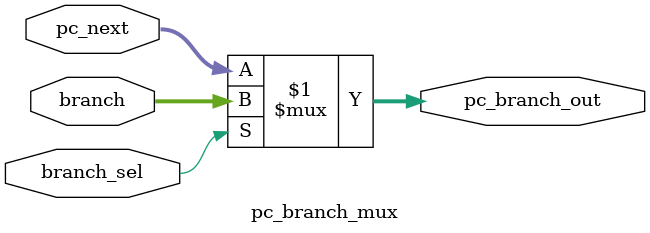
<source format=v>

module pc_branch_mux (
    input [3:0] branch,
    input [3:0] pc_next,
    input branch_sel,
    output [3:0] pc_branch_out
);

assign pc_branch_out = (branch_sel) ? branch : pc_next;

endmodule
</source>
